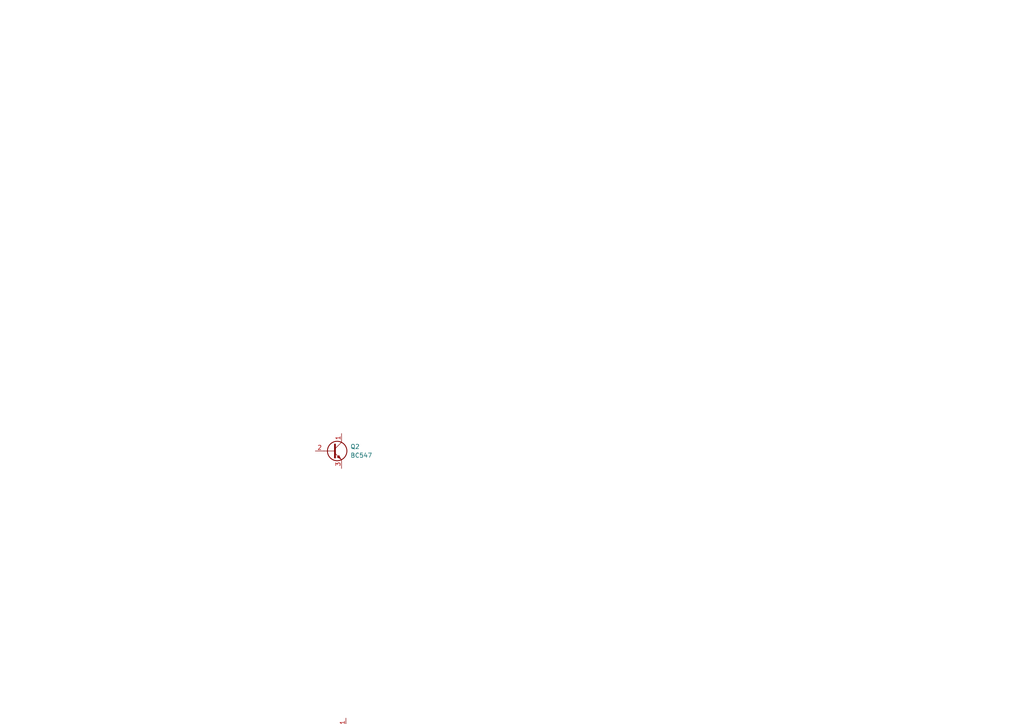
<source format=kicad_sch>
(kicad_sch (version 20250114) (generator "eeschema") (generator_version "9.0")
  (paper "A4")
  (lib_symbols
    (symbol "Transistor_BJT:BC547" (pin_names (offset 0) (hide yes))
      (property "Reference" "Q" (at 5.08 1.905 0))
      (property "Value" "BC547" (at 5.08 0 0))
      (symbol "BC547_0_1"
        (polyline (pts (xy -2.54 0) (xy 0.635 0)))
        (polyline (pts (xy 0.635 1.905) (xy 0.635 -1.905)) (stroke (width 0.508)))
        (circle (center 1.27 0) (radius 2.8194) (stroke (width 0.254)))
      )
      (symbol "BC547_1_1"
        (polyline (pts (xy 0.635 0.635) (xy 2.54 2.54)))
        (polyline (pts (xy 0.635 -0.635) (xy 2.54 -2.54)))
        (polyline (pts (xy 1.27 -1.778) (xy 1.778 -1.27) (xy 2.286 -2.286) (xy 1.27 -1.778)) (fill (type outline)))
        (pin input line (at -5.08 0 0) (length 2.54) (name "B") (number "2"))
        (pin passive line (at 2.54 5.08 270) (length 2.54) (name "C") (number "1"))
        (pin passive line (at 2.54 -5.08 90) (length 2.54) (name "E") (number "3"))
      )
    )
  )
  (symbol (lib_id "Transistor_BJT:BC547") (at 96.52 130.81 0) (unit 1)
    (property "Reference" "Q2" (at 101.6 129.5399 0) (effects (justify left)))
    (property "Value" "BC547" (at 101.6 132.0799 0) (effects (justify left)))
    (property "Footprint" "Package_TO_SOT_THT:TO-92_Inline" (effects (hide yes)))
    (property "Datasheet" "https://www.onsemi.com/pub/Collateral/BC550-D.pdf" (effects (hide yes)))
    (property "Description" "0.1A Ic, 45V Vce, Small Signal NPN Transistor, TO-92" (effects (hide yes)))
  )
  (symbol (lib_id "Transistor_BJT:BC547") (at 97.79 213.36 0) (unit 1)
    (property "Reference" "Q1" (at 102.87 212.0899 0) (effects (justify left)))
    (property "Value" "BC547" (at 102.87 214.6299 0) (effects (justify left)))
    (property "Footprint" "Package_TO_SOT_THT:TO-92_Inline" (effects (hide yes)))
    (property "Datasheet" "https://www.onsemi.com/pub/Collateral/BC550-D.pdf" (effects (hide yes)))
    (property "Description" "0.1A Ic, 45V Vce, Small Signal NPN Transistor, TO-92" (effects (hide yes)))
  )
)
</source>
